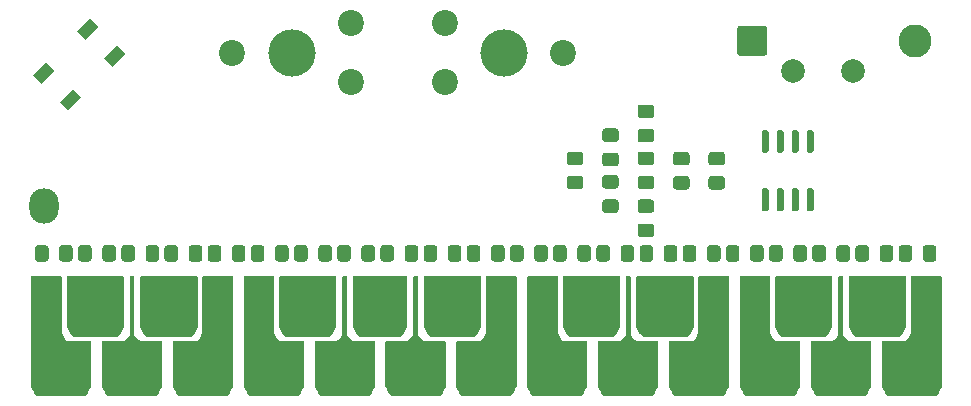
<source format=gbr>
%TF.GenerationSoftware,KiCad,Pcbnew,(5.1.12)-1*%
%TF.CreationDate,2021-12-21T10:33:21-05:00*%
%TF.ProjectId,stylophone,7374796c-6f70-4686-9f6e-652e6b696361,rev?*%
%TF.SameCoordinates,Original*%
%TF.FileFunction,Soldermask,Top*%
%TF.FilePolarity,Negative*%
%FSLAX46Y46*%
G04 Gerber Fmt 4.6, Leading zero omitted, Abs format (unit mm)*
G04 Created by KiCad (PCBNEW (5.1.12)-1) date 2021-12-21 10:33:21*
%MOMM*%
%LPD*%
G01*
G04 APERTURE LIST*
%ADD10C,2.000000*%
%ADD11C,2.800000*%
%ADD12C,0.100000*%
%ADD13O,2.500000X3.000000*%
%ADD14C,2.200000*%
%ADD15C,4.000000*%
G04 APERTURE END LIST*
D10*
%TO.C,LS1*%
X163540000Y-70570000D03*
X158460000Y-70570000D03*
%TD*%
%TO.C,U1*%
G36*
G01*
X159755000Y-80500000D02*
X160055000Y-80500000D01*
G75*
G02*
X160205000Y-80650000I0J-150000D01*
G01*
X160205000Y-82300000D01*
G75*
G02*
X160055000Y-82450000I-150000J0D01*
G01*
X159755000Y-82450000D01*
G75*
G02*
X159605000Y-82300000I0J150000D01*
G01*
X159605000Y-80650000D01*
G75*
G02*
X159755000Y-80500000I150000J0D01*
G01*
G37*
G36*
G01*
X158485000Y-80500000D02*
X158785000Y-80500000D01*
G75*
G02*
X158935000Y-80650000I0J-150000D01*
G01*
X158935000Y-82300000D01*
G75*
G02*
X158785000Y-82450000I-150000J0D01*
G01*
X158485000Y-82450000D01*
G75*
G02*
X158335000Y-82300000I0J150000D01*
G01*
X158335000Y-80650000D01*
G75*
G02*
X158485000Y-80500000I150000J0D01*
G01*
G37*
G36*
G01*
X157215000Y-80500000D02*
X157515000Y-80500000D01*
G75*
G02*
X157665000Y-80650000I0J-150000D01*
G01*
X157665000Y-82300000D01*
G75*
G02*
X157515000Y-82450000I-150000J0D01*
G01*
X157215000Y-82450000D01*
G75*
G02*
X157065000Y-82300000I0J150000D01*
G01*
X157065000Y-80650000D01*
G75*
G02*
X157215000Y-80500000I150000J0D01*
G01*
G37*
G36*
G01*
X155945000Y-80500000D02*
X156245000Y-80500000D01*
G75*
G02*
X156395000Y-80650000I0J-150000D01*
G01*
X156395000Y-82300000D01*
G75*
G02*
X156245000Y-82450000I-150000J0D01*
G01*
X155945000Y-82450000D01*
G75*
G02*
X155795000Y-82300000I0J150000D01*
G01*
X155795000Y-80650000D01*
G75*
G02*
X155945000Y-80500000I150000J0D01*
G01*
G37*
G36*
G01*
X155945000Y-75550000D02*
X156245000Y-75550000D01*
G75*
G02*
X156395000Y-75700000I0J-150000D01*
G01*
X156395000Y-77350000D01*
G75*
G02*
X156245000Y-77500000I-150000J0D01*
G01*
X155945000Y-77500000D01*
G75*
G02*
X155795000Y-77350000I0J150000D01*
G01*
X155795000Y-75700000D01*
G75*
G02*
X155945000Y-75550000I150000J0D01*
G01*
G37*
G36*
G01*
X157215000Y-75550000D02*
X157515000Y-75550000D01*
G75*
G02*
X157665000Y-75700000I0J-150000D01*
G01*
X157665000Y-77350000D01*
G75*
G02*
X157515000Y-77500000I-150000J0D01*
G01*
X157215000Y-77500000D01*
G75*
G02*
X157065000Y-77350000I0J150000D01*
G01*
X157065000Y-75700000D01*
G75*
G02*
X157215000Y-75550000I150000J0D01*
G01*
G37*
G36*
G01*
X158485000Y-75550000D02*
X158785000Y-75550000D01*
G75*
G02*
X158935000Y-75700000I0J-150000D01*
G01*
X158935000Y-77350000D01*
G75*
G02*
X158785000Y-77500000I-150000J0D01*
G01*
X158485000Y-77500000D01*
G75*
G02*
X158335000Y-77350000I0J150000D01*
G01*
X158335000Y-75700000D01*
G75*
G02*
X158485000Y-75550000I150000J0D01*
G01*
G37*
G36*
G01*
X159755000Y-75550000D02*
X160055000Y-75550000D01*
G75*
G02*
X160205000Y-75700000I0J-150000D01*
G01*
X160205000Y-77350000D01*
G75*
G02*
X160055000Y-77500000I-150000J0D01*
G01*
X159755000Y-77500000D01*
G75*
G02*
X159605000Y-77350000I0J150000D01*
G01*
X159605000Y-75700000D01*
G75*
G02*
X159755000Y-75550000I150000J0D01*
G01*
G37*
%TD*%
%TO.C,R3*%
G36*
G01*
X140450001Y-78525000D02*
X139549999Y-78525000D01*
G75*
G02*
X139300000Y-78275001I0J249999D01*
G01*
X139300000Y-77624999D01*
G75*
G02*
X139549999Y-77375000I249999J0D01*
G01*
X140450001Y-77375000D01*
G75*
G02*
X140700000Y-77624999I0J-249999D01*
G01*
X140700000Y-78275001D01*
G75*
G02*
X140450001Y-78525000I-249999J0D01*
G01*
G37*
G36*
G01*
X140450001Y-80575000D02*
X139549999Y-80575000D01*
G75*
G02*
X139300000Y-80325001I0J249999D01*
G01*
X139300000Y-79674999D01*
G75*
G02*
X139549999Y-79425000I249999J0D01*
G01*
X140450001Y-79425000D01*
G75*
G02*
X140700000Y-79674999I0J-249999D01*
G01*
X140700000Y-80325001D01*
G75*
G02*
X140450001Y-80575000I-249999J0D01*
G01*
G37*
%TD*%
%TO.C,R27*%
G36*
G01*
X96325000Y-86450001D02*
X96325000Y-85549999D01*
G75*
G02*
X96574999Y-85300000I249999J0D01*
G01*
X97225001Y-85300000D01*
G75*
G02*
X97475000Y-85549999I0J-249999D01*
G01*
X97475000Y-86450001D01*
G75*
G02*
X97225001Y-86700000I-249999J0D01*
G01*
X96574999Y-86700000D01*
G75*
G02*
X96325000Y-86450001I0J249999D01*
G01*
G37*
G36*
G01*
X94275000Y-86450001D02*
X94275000Y-85549999D01*
G75*
G02*
X94524999Y-85300000I249999J0D01*
G01*
X95175001Y-85300000D01*
G75*
G02*
X95425000Y-85549999I0J-249999D01*
G01*
X95425000Y-86450001D01*
G75*
G02*
X95175001Y-86700000I-249999J0D01*
G01*
X94524999Y-86700000D01*
G75*
G02*
X94275000Y-86450001I0J249999D01*
G01*
G37*
%TD*%
%TO.C,R26*%
G36*
G01*
X99981249Y-86450001D02*
X99981249Y-85549999D01*
G75*
G02*
X100231248Y-85300000I249999J0D01*
G01*
X100881250Y-85300000D01*
G75*
G02*
X101131249Y-85549999I0J-249999D01*
G01*
X101131249Y-86450001D01*
G75*
G02*
X100881250Y-86700000I-249999J0D01*
G01*
X100231248Y-86700000D01*
G75*
G02*
X99981249Y-86450001I0J249999D01*
G01*
G37*
G36*
G01*
X97931249Y-86450001D02*
X97931249Y-85549999D01*
G75*
G02*
X98181248Y-85300000I249999J0D01*
G01*
X98831250Y-85300000D01*
G75*
G02*
X99081249Y-85549999I0J-249999D01*
G01*
X99081249Y-86450001D01*
G75*
G02*
X98831250Y-86700000I-249999J0D01*
G01*
X98181248Y-86700000D01*
G75*
G02*
X97931249Y-86450001I0J249999D01*
G01*
G37*
%TD*%
%TO.C,R25*%
G36*
G01*
X103637498Y-86450001D02*
X103637498Y-85549999D01*
G75*
G02*
X103887497Y-85300000I249999J0D01*
G01*
X104537499Y-85300000D01*
G75*
G02*
X104787498Y-85549999I0J-249999D01*
G01*
X104787498Y-86450001D01*
G75*
G02*
X104537499Y-86700000I-249999J0D01*
G01*
X103887497Y-86700000D01*
G75*
G02*
X103637498Y-86450001I0J249999D01*
G01*
G37*
G36*
G01*
X101587498Y-86450001D02*
X101587498Y-85549999D01*
G75*
G02*
X101837497Y-85300000I249999J0D01*
G01*
X102487499Y-85300000D01*
G75*
G02*
X102737498Y-85549999I0J-249999D01*
G01*
X102737498Y-86450001D01*
G75*
G02*
X102487499Y-86700000I-249999J0D01*
G01*
X101837497Y-86700000D01*
G75*
G02*
X101587498Y-86450001I0J249999D01*
G01*
G37*
%TD*%
%TO.C,R24*%
G36*
G01*
X107293747Y-86450001D02*
X107293747Y-85549999D01*
G75*
G02*
X107543746Y-85300000I249999J0D01*
G01*
X108193748Y-85300000D01*
G75*
G02*
X108443747Y-85549999I0J-249999D01*
G01*
X108443747Y-86450001D01*
G75*
G02*
X108193748Y-86700000I-249999J0D01*
G01*
X107543746Y-86700000D01*
G75*
G02*
X107293747Y-86450001I0J249999D01*
G01*
G37*
G36*
G01*
X105243747Y-86450001D02*
X105243747Y-85549999D01*
G75*
G02*
X105493746Y-85300000I249999J0D01*
G01*
X106143748Y-85300000D01*
G75*
G02*
X106393747Y-85549999I0J-249999D01*
G01*
X106393747Y-86450001D01*
G75*
G02*
X106143748Y-86700000I-249999J0D01*
G01*
X105493746Y-86700000D01*
G75*
G02*
X105243747Y-86450001I0J249999D01*
G01*
G37*
%TD*%
%TO.C,R23*%
G36*
G01*
X110949996Y-86450001D02*
X110949996Y-85549999D01*
G75*
G02*
X111199995Y-85300000I249999J0D01*
G01*
X111849997Y-85300000D01*
G75*
G02*
X112099996Y-85549999I0J-249999D01*
G01*
X112099996Y-86450001D01*
G75*
G02*
X111849997Y-86700000I-249999J0D01*
G01*
X111199995Y-86700000D01*
G75*
G02*
X110949996Y-86450001I0J249999D01*
G01*
G37*
G36*
G01*
X108899996Y-86450001D02*
X108899996Y-85549999D01*
G75*
G02*
X109149995Y-85300000I249999J0D01*
G01*
X109799997Y-85300000D01*
G75*
G02*
X110049996Y-85549999I0J-249999D01*
G01*
X110049996Y-86450001D01*
G75*
G02*
X109799997Y-86700000I-249999J0D01*
G01*
X109149995Y-86700000D01*
G75*
G02*
X108899996Y-86450001I0J249999D01*
G01*
G37*
%TD*%
%TO.C,R22*%
G36*
G01*
X114606245Y-86450001D02*
X114606245Y-85549999D01*
G75*
G02*
X114856244Y-85300000I249999J0D01*
G01*
X115506246Y-85300000D01*
G75*
G02*
X115756245Y-85549999I0J-249999D01*
G01*
X115756245Y-86450001D01*
G75*
G02*
X115506246Y-86700000I-249999J0D01*
G01*
X114856244Y-86700000D01*
G75*
G02*
X114606245Y-86450001I0J249999D01*
G01*
G37*
G36*
G01*
X112556245Y-86450001D02*
X112556245Y-85549999D01*
G75*
G02*
X112806244Y-85300000I249999J0D01*
G01*
X113456246Y-85300000D01*
G75*
G02*
X113706245Y-85549999I0J-249999D01*
G01*
X113706245Y-86450001D01*
G75*
G02*
X113456246Y-86700000I-249999J0D01*
G01*
X112806244Y-86700000D01*
G75*
G02*
X112556245Y-86450001I0J249999D01*
G01*
G37*
%TD*%
%TO.C,R21*%
G36*
G01*
X118262494Y-86450001D02*
X118262494Y-85549999D01*
G75*
G02*
X118512493Y-85300000I249999J0D01*
G01*
X119162495Y-85300000D01*
G75*
G02*
X119412494Y-85549999I0J-249999D01*
G01*
X119412494Y-86450001D01*
G75*
G02*
X119162495Y-86700000I-249999J0D01*
G01*
X118512493Y-86700000D01*
G75*
G02*
X118262494Y-86450001I0J249999D01*
G01*
G37*
G36*
G01*
X116212494Y-86450001D02*
X116212494Y-85549999D01*
G75*
G02*
X116462493Y-85300000I249999J0D01*
G01*
X117112495Y-85300000D01*
G75*
G02*
X117362494Y-85549999I0J-249999D01*
G01*
X117362494Y-86450001D01*
G75*
G02*
X117112495Y-86700000I-249999J0D01*
G01*
X116462493Y-86700000D01*
G75*
G02*
X116212494Y-86450001I0J249999D01*
G01*
G37*
%TD*%
%TO.C,R20*%
G36*
G01*
X121918743Y-86450001D02*
X121918743Y-85549999D01*
G75*
G02*
X122168742Y-85300000I249999J0D01*
G01*
X122818744Y-85300000D01*
G75*
G02*
X123068743Y-85549999I0J-249999D01*
G01*
X123068743Y-86450001D01*
G75*
G02*
X122818744Y-86700000I-249999J0D01*
G01*
X122168742Y-86700000D01*
G75*
G02*
X121918743Y-86450001I0J249999D01*
G01*
G37*
G36*
G01*
X119868743Y-86450001D02*
X119868743Y-85549999D01*
G75*
G02*
X120118742Y-85300000I249999J0D01*
G01*
X120768744Y-85300000D01*
G75*
G02*
X121018743Y-85549999I0J-249999D01*
G01*
X121018743Y-86450001D01*
G75*
G02*
X120768744Y-86700000I-249999J0D01*
G01*
X120118742Y-86700000D01*
G75*
G02*
X119868743Y-86450001I0J249999D01*
G01*
G37*
%TD*%
%TO.C,R19*%
G36*
G01*
X125574992Y-86450001D02*
X125574992Y-85549999D01*
G75*
G02*
X125824991Y-85300000I249999J0D01*
G01*
X126474993Y-85300000D01*
G75*
G02*
X126724992Y-85549999I0J-249999D01*
G01*
X126724992Y-86450001D01*
G75*
G02*
X126474993Y-86700000I-249999J0D01*
G01*
X125824991Y-86700000D01*
G75*
G02*
X125574992Y-86450001I0J249999D01*
G01*
G37*
G36*
G01*
X123524992Y-86450001D02*
X123524992Y-85549999D01*
G75*
G02*
X123774991Y-85300000I249999J0D01*
G01*
X124424993Y-85300000D01*
G75*
G02*
X124674992Y-85549999I0J-249999D01*
G01*
X124674992Y-86450001D01*
G75*
G02*
X124424993Y-86700000I-249999J0D01*
G01*
X123774991Y-86700000D01*
G75*
G02*
X123524992Y-86450001I0J249999D01*
G01*
G37*
%TD*%
%TO.C,R18*%
G36*
G01*
X129231241Y-86450001D02*
X129231241Y-85549999D01*
G75*
G02*
X129481240Y-85300000I249999J0D01*
G01*
X130131242Y-85300000D01*
G75*
G02*
X130381241Y-85549999I0J-249999D01*
G01*
X130381241Y-86450001D01*
G75*
G02*
X130131242Y-86700000I-249999J0D01*
G01*
X129481240Y-86700000D01*
G75*
G02*
X129231241Y-86450001I0J249999D01*
G01*
G37*
G36*
G01*
X127181241Y-86450001D02*
X127181241Y-85549999D01*
G75*
G02*
X127431240Y-85300000I249999J0D01*
G01*
X128081242Y-85300000D01*
G75*
G02*
X128331241Y-85549999I0J-249999D01*
G01*
X128331241Y-86450001D01*
G75*
G02*
X128081242Y-86700000I-249999J0D01*
G01*
X127431240Y-86700000D01*
G75*
G02*
X127181241Y-86450001I0J249999D01*
G01*
G37*
%TD*%
%TO.C,R17*%
G36*
G01*
X132887490Y-86450001D02*
X132887490Y-85549999D01*
G75*
G02*
X133137489Y-85300000I249999J0D01*
G01*
X133787491Y-85300000D01*
G75*
G02*
X134037490Y-85549999I0J-249999D01*
G01*
X134037490Y-86450001D01*
G75*
G02*
X133787491Y-86700000I-249999J0D01*
G01*
X133137489Y-86700000D01*
G75*
G02*
X132887490Y-86450001I0J249999D01*
G01*
G37*
G36*
G01*
X130837490Y-86450001D02*
X130837490Y-85549999D01*
G75*
G02*
X131087489Y-85300000I249999J0D01*
G01*
X131737491Y-85300000D01*
G75*
G02*
X131987490Y-85549999I0J-249999D01*
G01*
X131987490Y-86450001D01*
G75*
G02*
X131737491Y-86700000I-249999J0D01*
G01*
X131087489Y-86700000D01*
G75*
G02*
X130837490Y-86450001I0J249999D01*
G01*
G37*
%TD*%
%TO.C,R16*%
G36*
G01*
X136543739Y-86450001D02*
X136543739Y-85549999D01*
G75*
G02*
X136793738Y-85300000I249999J0D01*
G01*
X137443740Y-85300000D01*
G75*
G02*
X137693739Y-85549999I0J-249999D01*
G01*
X137693739Y-86450001D01*
G75*
G02*
X137443740Y-86700000I-249999J0D01*
G01*
X136793738Y-86700000D01*
G75*
G02*
X136543739Y-86450001I0J249999D01*
G01*
G37*
G36*
G01*
X134493739Y-86450001D02*
X134493739Y-85549999D01*
G75*
G02*
X134743738Y-85300000I249999J0D01*
G01*
X135393740Y-85300000D01*
G75*
G02*
X135643739Y-85549999I0J-249999D01*
G01*
X135643739Y-86450001D01*
G75*
G02*
X135393740Y-86700000I-249999J0D01*
G01*
X134743738Y-86700000D01*
G75*
G02*
X134493739Y-86450001I0J249999D01*
G01*
G37*
%TD*%
%TO.C,R15*%
G36*
G01*
X140199988Y-86450001D02*
X140199988Y-85549999D01*
G75*
G02*
X140449987Y-85300000I249999J0D01*
G01*
X141099989Y-85300000D01*
G75*
G02*
X141349988Y-85549999I0J-249999D01*
G01*
X141349988Y-86450001D01*
G75*
G02*
X141099989Y-86700000I-249999J0D01*
G01*
X140449987Y-86700000D01*
G75*
G02*
X140199988Y-86450001I0J249999D01*
G01*
G37*
G36*
G01*
X138149988Y-86450001D02*
X138149988Y-85549999D01*
G75*
G02*
X138399987Y-85300000I249999J0D01*
G01*
X139049989Y-85300000D01*
G75*
G02*
X139299988Y-85549999I0J-249999D01*
G01*
X139299988Y-86450001D01*
G75*
G02*
X139049989Y-86700000I-249999J0D01*
G01*
X138399987Y-86700000D01*
G75*
G02*
X138149988Y-86450001I0J249999D01*
G01*
G37*
%TD*%
%TO.C,R14*%
G36*
G01*
X143856237Y-86450001D02*
X143856237Y-85549999D01*
G75*
G02*
X144106236Y-85300000I249999J0D01*
G01*
X144756238Y-85300000D01*
G75*
G02*
X145006237Y-85549999I0J-249999D01*
G01*
X145006237Y-86450001D01*
G75*
G02*
X144756238Y-86700000I-249999J0D01*
G01*
X144106236Y-86700000D01*
G75*
G02*
X143856237Y-86450001I0J249999D01*
G01*
G37*
G36*
G01*
X141806237Y-86450001D02*
X141806237Y-85549999D01*
G75*
G02*
X142056236Y-85300000I249999J0D01*
G01*
X142706238Y-85300000D01*
G75*
G02*
X142956237Y-85549999I0J-249999D01*
G01*
X142956237Y-86450001D01*
G75*
G02*
X142706238Y-86700000I-249999J0D01*
G01*
X142056236Y-86700000D01*
G75*
G02*
X141806237Y-86450001I0J249999D01*
G01*
G37*
%TD*%
%TO.C,R13*%
G36*
G01*
X147512486Y-86450001D02*
X147512486Y-85549999D01*
G75*
G02*
X147762485Y-85300000I249999J0D01*
G01*
X148412487Y-85300000D01*
G75*
G02*
X148662486Y-85549999I0J-249999D01*
G01*
X148662486Y-86450001D01*
G75*
G02*
X148412487Y-86700000I-249999J0D01*
G01*
X147762485Y-86700000D01*
G75*
G02*
X147512486Y-86450001I0J249999D01*
G01*
G37*
G36*
G01*
X145462486Y-86450001D02*
X145462486Y-85549999D01*
G75*
G02*
X145712485Y-85300000I249999J0D01*
G01*
X146362487Y-85300000D01*
G75*
G02*
X146612486Y-85549999I0J-249999D01*
G01*
X146612486Y-86450001D01*
G75*
G02*
X146362487Y-86700000I-249999J0D01*
G01*
X145712485Y-86700000D01*
G75*
G02*
X145462486Y-86450001I0J249999D01*
G01*
G37*
%TD*%
%TO.C,R12*%
G36*
G01*
X151168735Y-86450001D02*
X151168735Y-85549999D01*
G75*
G02*
X151418734Y-85300000I249999J0D01*
G01*
X152068736Y-85300000D01*
G75*
G02*
X152318735Y-85549999I0J-249999D01*
G01*
X152318735Y-86450001D01*
G75*
G02*
X152068736Y-86700000I-249999J0D01*
G01*
X151418734Y-86700000D01*
G75*
G02*
X151168735Y-86450001I0J249999D01*
G01*
G37*
G36*
G01*
X149118735Y-86450001D02*
X149118735Y-85549999D01*
G75*
G02*
X149368734Y-85300000I249999J0D01*
G01*
X150018736Y-85300000D01*
G75*
G02*
X150268735Y-85549999I0J-249999D01*
G01*
X150268735Y-86450001D01*
G75*
G02*
X150018736Y-86700000I-249999J0D01*
G01*
X149368734Y-86700000D01*
G75*
G02*
X149118735Y-86450001I0J249999D01*
G01*
G37*
%TD*%
%TO.C,R11*%
G36*
G01*
X154824984Y-86450001D02*
X154824984Y-85549999D01*
G75*
G02*
X155074983Y-85300000I249999J0D01*
G01*
X155724985Y-85300000D01*
G75*
G02*
X155974984Y-85549999I0J-249999D01*
G01*
X155974984Y-86450001D01*
G75*
G02*
X155724985Y-86700000I-249999J0D01*
G01*
X155074983Y-86700000D01*
G75*
G02*
X154824984Y-86450001I0J249999D01*
G01*
G37*
G36*
G01*
X152774984Y-86450001D02*
X152774984Y-85549999D01*
G75*
G02*
X153024983Y-85300000I249999J0D01*
G01*
X153674985Y-85300000D01*
G75*
G02*
X153924984Y-85549999I0J-249999D01*
G01*
X153924984Y-86450001D01*
G75*
G02*
X153674985Y-86700000I-249999J0D01*
G01*
X153024983Y-86700000D01*
G75*
G02*
X152774984Y-86450001I0J249999D01*
G01*
G37*
%TD*%
%TO.C,R10*%
G36*
G01*
X158481233Y-86450001D02*
X158481233Y-85549999D01*
G75*
G02*
X158731232Y-85300000I249999J0D01*
G01*
X159381234Y-85300000D01*
G75*
G02*
X159631233Y-85549999I0J-249999D01*
G01*
X159631233Y-86450001D01*
G75*
G02*
X159381234Y-86700000I-249999J0D01*
G01*
X158731232Y-86700000D01*
G75*
G02*
X158481233Y-86450001I0J249999D01*
G01*
G37*
G36*
G01*
X156431233Y-86450001D02*
X156431233Y-85549999D01*
G75*
G02*
X156681232Y-85300000I249999J0D01*
G01*
X157331234Y-85300000D01*
G75*
G02*
X157581233Y-85549999I0J-249999D01*
G01*
X157581233Y-86450001D01*
G75*
G02*
X157331234Y-86700000I-249999J0D01*
G01*
X156681232Y-86700000D01*
G75*
G02*
X156431233Y-86450001I0J249999D01*
G01*
G37*
%TD*%
%TO.C,R9*%
G36*
G01*
X162137482Y-86450001D02*
X162137482Y-85549999D01*
G75*
G02*
X162387481Y-85300000I249999J0D01*
G01*
X163037483Y-85300000D01*
G75*
G02*
X163287482Y-85549999I0J-249999D01*
G01*
X163287482Y-86450001D01*
G75*
G02*
X163037483Y-86700000I-249999J0D01*
G01*
X162387481Y-86700000D01*
G75*
G02*
X162137482Y-86450001I0J249999D01*
G01*
G37*
G36*
G01*
X160087482Y-86450001D02*
X160087482Y-85549999D01*
G75*
G02*
X160337481Y-85300000I249999J0D01*
G01*
X160987483Y-85300000D01*
G75*
G02*
X161237482Y-85549999I0J-249999D01*
G01*
X161237482Y-86450001D01*
G75*
G02*
X160987483Y-86700000I-249999J0D01*
G01*
X160337481Y-86700000D01*
G75*
G02*
X160087482Y-86450001I0J249999D01*
G01*
G37*
%TD*%
%TO.C,R8*%
G36*
G01*
X165793731Y-86450001D02*
X165793731Y-85549999D01*
G75*
G02*
X166043730Y-85300000I249999J0D01*
G01*
X166693732Y-85300000D01*
G75*
G02*
X166943731Y-85549999I0J-249999D01*
G01*
X166943731Y-86450001D01*
G75*
G02*
X166693732Y-86700000I-249999J0D01*
G01*
X166043730Y-86700000D01*
G75*
G02*
X165793731Y-86450001I0J249999D01*
G01*
G37*
G36*
G01*
X163743731Y-86450001D02*
X163743731Y-85549999D01*
G75*
G02*
X163993730Y-85300000I249999J0D01*
G01*
X164643732Y-85300000D01*
G75*
G02*
X164893731Y-85549999I0J-249999D01*
G01*
X164893731Y-86450001D01*
G75*
G02*
X164643732Y-86700000I-249999J0D01*
G01*
X163993730Y-86700000D01*
G75*
G02*
X163743731Y-86450001I0J249999D01*
G01*
G37*
%TD*%
%TO.C,R7*%
G36*
G01*
X169449982Y-86450001D02*
X169449982Y-85549999D01*
G75*
G02*
X169699981Y-85300000I249999J0D01*
G01*
X170349983Y-85300000D01*
G75*
G02*
X170599982Y-85549999I0J-249999D01*
G01*
X170599982Y-86450001D01*
G75*
G02*
X170349983Y-86700000I-249999J0D01*
G01*
X169699981Y-86700000D01*
G75*
G02*
X169449982Y-86450001I0J249999D01*
G01*
G37*
G36*
G01*
X167399982Y-86450001D02*
X167399982Y-85549999D01*
G75*
G02*
X167649981Y-85300000I249999J0D01*
G01*
X168299983Y-85300000D01*
G75*
G02*
X168549982Y-85549999I0J-249999D01*
G01*
X168549982Y-86450001D01*
G75*
G02*
X168299983Y-86700000I-249999J0D01*
G01*
X167649981Y-86700000D01*
G75*
G02*
X167399982Y-86450001I0J249999D01*
G01*
G37*
%TD*%
%TO.C,R6*%
G36*
G01*
X143450001Y-80525000D02*
X142549999Y-80525000D01*
G75*
G02*
X142300000Y-80275001I0J249999D01*
G01*
X142300000Y-79624999D01*
G75*
G02*
X142549999Y-79375000I249999J0D01*
G01*
X143450001Y-79375000D01*
G75*
G02*
X143700000Y-79624999I0J-249999D01*
G01*
X143700000Y-80275001D01*
G75*
G02*
X143450001Y-80525000I-249999J0D01*
G01*
G37*
G36*
G01*
X143450001Y-82575000D02*
X142549999Y-82575000D01*
G75*
G02*
X142300000Y-82325001I0J249999D01*
G01*
X142300000Y-81674999D01*
G75*
G02*
X142549999Y-81425000I249999J0D01*
G01*
X143450001Y-81425000D01*
G75*
G02*
X143700000Y-81674999I0J-249999D01*
G01*
X143700000Y-82325001D01*
G75*
G02*
X143450001Y-82575000I-249999J0D01*
G01*
G37*
%TD*%
%TO.C,R5*%
G36*
G01*
X146450001Y-78525000D02*
X145549999Y-78525000D01*
G75*
G02*
X145300000Y-78275001I0J249999D01*
G01*
X145300000Y-77624999D01*
G75*
G02*
X145549999Y-77375000I249999J0D01*
G01*
X146450001Y-77375000D01*
G75*
G02*
X146700000Y-77624999I0J-249999D01*
G01*
X146700000Y-78275001D01*
G75*
G02*
X146450001Y-78525000I-249999J0D01*
G01*
G37*
G36*
G01*
X146450001Y-80575000D02*
X145549999Y-80575000D01*
G75*
G02*
X145300000Y-80325001I0J249999D01*
G01*
X145300000Y-79674999D01*
G75*
G02*
X145549999Y-79425000I249999J0D01*
G01*
X146450001Y-79425000D01*
G75*
G02*
X146700000Y-79674999I0J-249999D01*
G01*
X146700000Y-80325001D01*
G75*
G02*
X146450001Y-80575000I-249999J0D01*
G01*
G37*
%TD*%
%TO.C,R4*%
G36*
G01*
X146450001Y-74550000D02*
X145549999Y-74550000D01*
G75*
G02*
X145300000Y-74300001I0J249999D01*
G01*
X145300000Y-73649999D01*
G75*
G02*
X145549999Y-73400000I249999J0D01*
G01*
X146450001Y-73400000D01*
G75*
G02*
X146700000Y-73649999I0J-249999D01*
G01*
X146700000Y-74300001D01*
G75*
G02*
X146450001Y-74550000I-249999J0D01*
G01*
G37*
G36*
G01*
X146450001Y-76600000D02*
X145549999Y-76600000D01*
G75*
G02*
X145300000Y-76350001I0J249999D01*
G01*
X145300000Y-75699999D01*
G75*
G02*
X145549999Y-75450000I249999J0D01*
G01*
X146450001Y-75450000D01*
G75*
G02*
X146700000Y-75699999I0J-249999D01*
G01*
X146700000Y-76350001D01*
G75*
G02*
X146450001Y-76600000I-249999J0D01*
G01*
G37*
%TD*%
%TO.C,R2*%
G36*
G01*
X146450001Y-82575000D02*
X145549999Y-82575000D01*
G75*
G02*
X145300000Y-82325001I0J249999D01*
G01*
X145300000Y-81674999D01*
G75*
G02*
X145549999Y-81425000I249999J0D01*
G01*
X146450001Y-81425000D01*
G75*
G02*
X146700000Y-81674999I0J-249999D01*
G01*
X146700000Y-82325001D01*
G75*
G02*
X146450001Y-82575000I-249999J0D01*
G01*
G37*
G36*
G01*
X146450001Y-84625000D02*
X145549999Y-84625000D01*
G75*
G02*
X145300000Y-84375001I0J249999D01*
G01*
X145300000Y-83724999D01*
G75*
G02*
X145549999Y-83475000I249999J0D01*
G01*
X146450001Y-83475000D01*
G75*
G02*
X146700000Y-83724999I0J-249999D01*
G01*
X146700000Y-84375001D01*
G75*
G02*
X146450001Y-84625000I-249999J0D01*
G01*
G37*
%TD*%
%TO.C,R1*%
G36*
G01*
X143450001Y-76575000D02*
X142549999Y-76575000D01*
G75*
G02*
X142300000Y-76325001I0J249999D01*
G01*
X142300000Y-75674999D01*
G75*
G02*
X142549999Y-75425000I249999J0D01*
G01*
X143450001Y-75425000D01*
G75*
G02*
X143700000Y-75674999I0J-249999D01*
G01*
X143700000Y-76325001D01*
G75*
G02*
X143450001Y-76575000I-249999J0D01*
G01*
G37*
G36*
G01*
X143450001Y-78625000D02*
X142549999Y-78625000D01*
G75*
G02*
X142300000Y-78375001I0J249999D01*
G01*
X142300000Y-77724999D01*
G75*
G02*
X142549999Y-77475000I249999J0D01*
G01*
X143450001Y-77475000D01*
G75*
G02*
X143700000Y-77724999I0J-249999D01*
G01*
X143700000Y-78375001D01*
G75*
G02*
X143450001Y-78625000I-249999J0D01*
G01*
G37*
%TD*%
%TO.C,C2*%
G36*
G01*
X151549999Y-79450000D02*
X152450001Y-79450000D01*
G75*
G02*
X152700000Y-79699999I0J-249999D01*
G01*
X152700000Y-80350001D01*
G75*
G02*
X152450001Y-80600000I-249999J0D01*
G01*
X151549999Y-80600000D01*
G75*
G02*
X151300000Y-80350001I0J249999D01*
G01*
X151300000Y-79699999D01*
G75*
G02*
X151549999Y-79450000I249999J0D01*
G01*
G37*
G36*
G01*
X151549999Y-77400000D02*
X152450001Y-77400000D01*
G75*
G02*
X152700000Y-77649999I0J-249999D01*
G01*
X152700000Y-78300001D01*
G75*
G02*
X152450001Y-78550000I-249999J0D01*
G01*
X151549999Y-78550000D01*
G75*
G02*
X151300000Y-78300001I0J249999D01*
G01*
X151300000Y-77649999D01*
G75*
G02*
X151549999Y-77400000I249999J0D01*
G01*
G37*
%TD*%
%TO.C,C1*%
G36*
G01*
X148549999Y-79450000D02*
X149450001Y-79450000D01*
G75*
G02*
X149700000Y-79699999I0J-249999D01*
G01*
X149700000Y-80350001D01*
G75*
G02*
X149450001Y-80600000I-249999J0D01*
G01*
X148549999Y-80600000D01*
G75*
G02*
X148300000Y-80350001I0J249999D01*
G01*
X148300000Y-79699999D01*
G75*
G02*
X148549999Y-79450000I249999J0D01*
G01*
G37*
G36*
G01*
X148549999Y-77400000D02*
X149450001Y-77400000D01*
G75*
G02*
X149700000Y-77649999I0J-249999D01*
G01*
X149700000Y-78300001D01*
G75*
G02*
X149450001Y-78550000I-249999J0D01*
G01*
X148549999Y-78550000D01*
G75*
G02*
X148300000Y-78300001I0J249999D01*
G01*
X148300000Y-77649999D01*
G75*
G02*
X148549999Y-77400000I249999J0D01*
G01*
G37*
%TD*%
D11*
%TO.C,TP1*%
X168800000Y-68000000D03*
G36*
G01*
X156025001Y-69275000D02*
X153974999Y-69275000D01*
G75*
G02*
X153725000Y-69025001I0J249999D01*
G01*
X153725000Y-66974999D01*
G75*
G02*
X153974999Y-66725000I249999J0D01*
G01*
X156025001Y-66725000D01*
G75*
G02*
X156275000Y-66974999I0J-249999D01*
G01*
X156275000Y-69025001D01*
G75*
G02*
X156025001Y-69275000I-249999J0D01*
G01*
G37*
%TD*%
D12*
%TO.C,k1*%
G36*
X125759755Y-87950961D02*
G01*
X125769134Y-87953806D01*
X125777779Y-87958427D01*
X125785355Y-87964645D01*
X125791573Y-87972221D01*
X125796194Y-87980866D01*
X125799039Y-87990245D01*
X125800000Y-88000000D01*
X125800000Y-92250000D01*
X125799039Y-92259755D01*
X125794721Y-92272361D01*
X125544721Y-92772361D01*
X125539500Y-92780656D01*
X125535355Y-92785355D01*
X125285355Y-93035355D01*
X125277779Y-93041573D01*
X125269134Y-93046194D01*
X125259755Y-93049039D01*
X125250000Y-93050000D01*
X121750000Y-93050000D01*
X121740245Y-93049039D01*
X121730866Y-93046194D01*
X121722221Y-93041573D01*
X121714645Y-93035355D01*
X121464645Y-92785355D01*
X121458427Y-92777779D01*
X121455279Y-92772361D01*
X121205279Y-92272361D01*
X121201776Y-92263206D01*
X121200000Y-92250000D01*
X121200000Y-88000000D01*
X121200961Y-87990245D01*
X121203806Y-87980866D01*
X121208427Y-87972221D01*
X121214645Y-87964645D01*
X121222221Y-87958427D01*
X121230866Y-87953806D01*
X121240245Y-87950961D01*
X121250000Y-87950000D01*
X125750000Y-87950000D01*
X125759755Y-87950961D01*
G37*
G36*
X161759755Y-87950961D02*
G01*
X161769134Y-87953806D01*
X161777779Y-87958427D01*
X161785355Y-87964645D01*
X161791573Y-87972221D01*
X161796194Y-87980866D01*
X161799039Y-87990245D01*
X161800000Y-88000000D01*
X161800000Y-92250000D01*
X161799039Y-92259755D01*
X161794721Y-92272361D01*
X161544721Y-92772361D01*
X161539500Y-92780656D01*
X161535355Y-92785355D01*
X161285355Y-93035355D01*
X161277779Y-93041573D01*
X161269134Y-93046194D01*
X161259755Y-93049039D01*
X161250000Y-93050000D01*
X157500000Y-93050000D01*
X157490245Y-93049039D01*
X157480866Y-93046194D01*
X157472221Y-93041573D01*
X157464645Y-93035355D01*
X157214645Y-92785355D01*
X157208427Y-92777779D01*
X157205279Y-92772361D01*
X156955279Y-92272361D01*
X156951776Y-92263206D01*
X156950000Y-92250000D01*
X156950000Y-88000000D01*
X156950961Y-87990245D01*
X156953806Y-87980866D01*
X156958427Y-87972221D01*
X156964645Y-87964645D01*
X156972221Y-87958427D01*
X156980866Y-87953806D01*
X156990245Y-87950961D01*
X157000000Y-87950000D01*
X161750000Y-87950000D01*
X161759755Y-87950961D01*
G37*
G36*
X143759755Y-87950961D02*
G01*
X143769134Y-87953806D01*
X143777779Y-87958427D01*
X143785355Y-87964645D01*
X143791573Y-87972221D01*
X143796194Y-87980866D01*
X143799039Y-87990245D01*
X143800000Y-88000000D01*
X143800000Y-92250000D01*
X143799039Y-92259755D01*
X143794721Y-92272361D01*
X143544721Y-92772361D01*
X143539500Y-92780656D01*
X143535355Y-92785355D01*
X143285355Y-93035355D01*
X143277779Y-93041573D01*
X143269134Y-93046194D01*
X143259755Y-93049039D01*
X143250000Y-93050000D01*
X139500000Y-93050000D01*
X139490245Y-93049039D01*
X139480866Y-93046194D01*
X139472221Y-93041573D01*
X139464645Y-93035355D01*
X139214645Y-92785355D01*
X139208427Y-92777779D01*
X139205279Y-92772361D01*
X138955279Y-92272361D01*
X138951776Y-92263206D01*
X138950000Y-92250000D01*
X138950000Y-88000000D01*
X138950961Y-87990245D01*
X138953806Y-87980866D01*
X138958427Y-87972221D01*
X138964645Y-87964645D01*
X138972221Y-87958427D01*
X138980866Y-87953806D01*
X138990245Y-87950961D01*
X139000000Y-87950000D01*
X143750000Y-87950000D01*
X143759755Y-87950961D01*
G37*
G36*
X119759755Y-87950961D02*
G01*
X119769134Y-87953806D01*
X119777779Y-87958427D01*
X119785355Y-87964645D01*
X119791573Y-87972221D01*
X119796194Y-87980866D01*
X119799039Y-87990245D01*
X119800000Y-88000000D01*
X119800000Y-92250000D01*
X119799039Y-92259755D01*
X119794721Y-92272361D01*
X119544721Y-92772361D01*
X119539500Y-92780656D01*
X119535355Y-92785355D01*
X119285355Y-93035355D01*
X119277779Y-93041573D01*
X119269134Y-93046194D01*
X119259755Y-93049039D01*
X119250000Y-93050000D01*
X115500000Y-93050000D01*
X115490245Y-93049039D01*
X115480866Y-93046194D01*
X115472221Y-93041573D01*
X115464645Y-93035355D01*
X115214645Y-92785355D01*
X115208427Y-92777779D01*
X115205279Y-92772361D01*
X114955279Y-92272361D01*
X114951776Y-92263206D01*
X114950000Y-92250000D01*
X114950000Y-88000000D01*
X114950961Y-87990245D01*
X114953806Y-87980866D01*
X114958427Y-87972221D01*
X114964645Y-87964645D01*
X114972221Y-87958427D01*
X114980866Y-87953806D01*
X114990245Y-87950961D01*
X115000000Y-87950000D01*
X119750000Y-87950000D01*
X119759755Y-87950961D01*
G37*
G36*
X168009755Y-87950961D02*
G01*
X168019134Y-87953806D01*
X168027779Y-87958427D01*
X168035355Y-87964645D01*
X168041573Y-87972221D01*
X168046194Y-87980866D01*
X168049039Y-87990245D01*
X168050000Y-88000000D01*
X168050000Y-92250000D01*
X168049039Y-92259755D01*
X168044721Y-92272361D01*
X167794721Y-92772361D01*
X167789500Y-92780656D01*
X167785355Y-92785355D01*
X167535355Y-93035355D01*
X167527779Y-93041573D01*
X167519134Y-93046194D01*
X167509755Y-93049039D01*
X167500000Y-93050000D01*
X163750000Y-93050000D01*
X163740245Y-93049039D01*
X163730866Y-93046194D01*
X163722221Y-93041573D01*
X163714645Y-93035355D01*
X163464645Y-92785355D01*
X163458427Y-92777779D01*
X163455279Y-92772361D01*
X163205279Y-92272361D01*
X163201776Y-92263206D01*
X163200000Y-92250000D01*
X163200000Y-88000000D01*
X163200961Y-87990245D01*
X163203806Y-87980866D01*
X163208427Y-87972221D01*
X163214645Y-87964645D01*
X163222221Y-87958427D01*
X163230866Y-87953806D01*
X163240245Y-87950961D01*
X163250000Y-87950000D01*
X168000000Y-87950000D01*
X168009755Y-87950961D01*
G37*
G36*
X150009755Y-87950961D02*
G01*
X150019134Y-87953806D01*
X150027779Y-87958427D01*
X150035355Y-87964645D01*
X150041573Y-87972221D01*
X150046194Y-87980866D01*
X150049039Y-87990245D01*
X150050000Y-88000000D01*
X150050000Y-92250000D01*
X150049039Y-92259755D01*
X150044721Y-92272361D01*
X149794721Y-92772361D01*
X149789500Y-92780656D01*
X149785355Y-92785355D01*
X149535355Y-93035355D01*
X149527779Y-93041573D01*
X149519134Y-93046194D01*
X149509755Y-93049039D01*
X149500000Y-93050000D01*
X145750000Y-93050000D01*
X145740245Y-93049039D01*
X145730866Y-93046194D01*
X145722221Y-93041573D01*
X145714645Y-93035355D01*
X145464645Y-92785355D01*
X145458427Y-92777779D01*
X145455279Y-92772361D01*
X145205279Y-92272361D01*
X145201776Y-92263206D01*
X145200000Y-92250000D01*
X145200000Y-88000000D01*
X145200961Y-87990245D01*
X145203806Y-87980866D01*
X145208427Y-87972221D01*
X145214645Y-87964645D01*
X145222221Y-87958427D01*
X145230866Y-87953806D01*
X145240245Y-87950961D01*
X145250000Y-87950000D01*
X150000000Y-87950000D01*
X150009755Y-87950961D01*
G37*
G36*
X132009755Y-87950961D02*
G01*
X132019134Y-87953806D01*
X132027779Y-87958427D01*
X132035355Y-87964645D01*
X132041573Y-87972221D01*
X132046194Y-87980866D01*
X132049039Y-87990245D01*
X132050000Y-88000000D01*
X132050000Y-92250000D01*
X132049039Y-92259755D01*
X132044721Y-92272361D01*
X131794721Y-92772361D01*
X131789500Y-92780656D01*
X131785355Y-92785355D01*
X131535355Y-93035355D01*
X131527779Y-93041573D01*
X131519134Y-93046194D01*
X131509755Y-93049039D01*
X131500000Y-93050000D01*
X127750000Y-93050000D01*
X127740245Y-93049039D01*
X127730866Y-93046194D01*
X127722221Y-93041573D01*
X127714645Y-93035355D01*
X127464645Y-92785355D01*
X127458427Y-92777779D01*
X127455279Y-92772361D01*
X127205279Y-92272361D01*
X127201776Y-92263206D01*
X127200000Y-92250000D01*
X127200000Y-88000000D01*
X127200961Y-87990245D01*
X127203806Y-87980866D01*
X127208427Y-87972221D01*
X127214645Y-87964645D01*
X127222221Y-87958427D01*
X127230866Y-87953806D01*
X127240245Y-87950961D01*
X127250000Y-87950000D01*
X132000000Y-87950000D01*
X132009755Y-87950961D01*
G37*
G36*
X108009755Y-87950961D02*
G01*
X108019134Y-87953806D01*
X108027779Y-87958427D01*
X108035355Y-87964645D01*
X108041573Y-87972221D01*
X108046194Y-87980866D01*
X108049039Y-87990245D01*
X108050000Y-88000000D01*
X108050000Y-92250000D01*
X108049039Y-92259755D01*
X108044721Y-92272361D01*
X107794721Y-92772361D01*
X107789500Y-92780656D01*
X107785355Y-92785355D01*
X107535355Y-93035355D01*
X107527779Y-93041573D01*
X107519134Y-93046194D01*
X107509755Y-93049039D01*
X107500000Y-93050000D01*
X103750000Y-93050000D01*
X103740245Y-93049039D01*
X103730866Y-93046194D01*
X103722221Y-93041573D01*
X103714645Y-93035355D01*
X103464645Y-92785355D01*
X103458427Y-92777779D01*
X103455279Y-92772361D01*
X103205279Y-92272361D01*
X103201776Y-92263206D01*
X103200000Y-92250000D01*
X103200000Y-88000000D01*
X103200961Y-87990245D01*
X103203806Y-87980866D01*
X103208427Y-87972221D01*
X103214645Y-87964645D01*
X103222221Y-87958427D01*
X103230866Y-87953806D01*
X103240245Y-87950961D01*
X103250000Y-87950000D01*
X108000000Y-87950000D01*
X108009755Y-87950961D01*
G37*
G36*
X101759755Y-87950961D02*
G01*
X101769134Y-87953806D01*
X101777779Y-87958427D01*
X101785355Y-87964645D01*
X101791573Y-87972221D01*
X101796194Y-87980866D01*
X101799039Y-87990245D01*
X101800000Y-88000000D01*
X101800000Y-92250000D01*
X101799039Y-92259755D01*
X101794721Y-92272361D01*
X101544721Y-92772361D01*
X101539500Y-92780656D01*
X101535355Y-92785355D01*
X101285355Y-93035355D01*
X101277779Y-93041573D01*
X101269134Y-93046194D01*
X101259755Y-93049039D01*
X101250000Y-93050000D01*
X97500000Y-93050000D01*
X97490245Y-93049039D01*
X97480866Y-93046194D01*
X97472221Y-93041573D01*
X97464645Y-93035355D01*
X97214645Y-92785355D01*
X97208427Y-92777779D01*
X97205279Y-92772361D01*
X96955279Y-92272361D01*
X96951776Y-92263206D01*
X96950000Y-92250000D01*
X96950000Y-88000000D01*
X96950961Y-87990245D01*
X96953806Y-87980866D01*
X96958427Y-87972221D01*
X96964645Y-87964645D01*
X96972221Y-87958427D01*
X96980866Y-87953806D01*
X96990245Y-87950961D01*
X97000000Y-87950000D01*
X101750000Y-87950000D01*
X101759755Y-87950961D01*
G37*
G36*
X162659755Y-87950961D02*
G01*
X162669134Y-87953806D01*
X162677779Y-87958427D01*
X162685355Y-87964645D01*
X162691573Y-87972221D01*
X162696194Y-87980866D01*
X162699039Y-87990245D01*
X162700000Y-88000000D01*
X162700000Y-92885660D01*
X162936693Y-93264369D01*
X163215139Y-93450000D01*
X165000000Y-93450000D01*
X165009755Y-93450961D01*
X165019134Y-93453806D01*
X165027779Y-93458427D01*
X165035355Y-93464645D01*
X165041573Y-93472221D01*
X165046194Y-93480866D01*
X165049039Y-93490245D01*
X165050000Y-93500000D01*
X165050000Y-97250000D01*
X165049039Y-97259755D01*
X165044721Y-97272361D01*
X164794721Y-97772361D01*
X164789500Y-97780656D01*
X164785355Y-97785355D01*
X164535355Y-98035355D01*
X164527779Y-98041573D01*
X164519134Y-98046194D01*
X164509755Y-98049039D01*
X164500000Y-98050000D01*
X160500000Y-98050000D01*
X160490245Y-98049039D01*
X160480866Y-98046194D01*
X160472221Y-98041573D01*
X160464645Y-98035355D01*
X160214645Y-97785355D01*
X160208427Y-97777779D01*
X160205279Y-97772361D01*
X159955279Y-97272361D01*
X159951776Y-97263206D01*
X159950000Y-97250000D01*
X159950000Y-93500000D01*
X159950961Y-93490245D01*
X159953806Y-93480866D01*
X159958427Y-93472221D01*
X159964645Y-93464645D01*
X159972221Y-93458427D01*
X159980866Y-93453806D01*
X159990245Y-93450961D01*
X160000000Y-93450000D01*
X161784861Y-93450000D01*
X162063307Y-93264369D01*
X162300000Y-92885660D01*
X162300000Y-88000000D01*
X162300961Y-87990245D01*
X162303806Y-87980866D01*
X162308427Y-87972221D01*
X162314645Y-87964645D01*
X162322221Y-87958427D01*
X162330866Y-87953806D01*
X162340245Y-87950961D01*
X162350000Y-87950000D01*
X162650000Y-87950000D01*
X162659755Y-87950961D01*
G37*
G36*
X166490245Y-98049039D02*
G01*
X166480866Y-98046194D01*
X166472221Y-98041573D01*
X166464645Y-98035355D01*
X166214645Y-97785355D01*
X166208427Y-97777779D01*
X166205279Y-97772361D01*
X165955279Y-97272361D01*
X165951776Y-97263206D01*
X165950000Y-97250000D01*
X165950000Y-93500000D01*
X165950961Y-93490245D01*
X165953806Y-93480866D01*
X165958427Y-93472221D01*
X165964645Y-93464645D01*
X165972221Y-93458427D01*
X165980866Y-93453806D01*
X165990245Y-93450961D01*
X166000000Y-93450000D01*
X167979290Y-93450000D01*
X168208907Y-93220383D01*
X168450000Y-92738197D01*
X168450000Y-88000000D01*
X168450961Y-87990245D01*
X168453806Y-87980866D01*
X168458427Y-87972221D01*
X168464645Y-87964645D01*
X168472221Y-87958427D01*
X168480866Y-87953806D01*
X168490245Y-87950961D01*
X168500000Y-87950000D01*
X171000000Y-87950000D01*
X171009755Y-87950961D01*
X171019134Y-87953806D01*
X171027779Y-87958427D01*
X171035355Y-87964645D01*
X171041573Y-87972221D01*
X171046194Y-87980866D01*
X171049039Y-87990245D01*
X171050000Y-88000000D01*
X171050000Y-97250000D01*
X171049039Y-97259755D01*
X171044721Y-97272361D01*
X170794721Y-97772361D01*
X170789500Y-97780656D01*
X170785355Y-97785355D01*
X170535355Y-98035355D01*
X170527779Y-98041573D01*
X170519134Y-98046194D01*
X170509755Y-98049039D01*
X170500000Y-98050000D01*
X166500000Y-98050000D01*
X166490245Y-98049039D01*
G37*
G36*
X156509755Y-87950961D02*
G01*
X156519134Y-87953806D01*
X156527779Y-87958427D01*
X156535355Y-87964645D01*
X156541573Y-87972221D01*
X156546194Y-87980866D01*
X156549039Y-87990245D01*
X156550000Y-88000000D01*
X156550000Y-92738197D01*
X156791093Y-93220383D01*
X157020710Y-93450000D01*
X159000000Y-93450000D01*
X159009755Y-93450961D01*
X159019134Y-93453806D01*
X159027779Y-93458427D01*
X159035355Y-93464645D01*
X159041573Y-93472221D01*
X159046194Y-93480866D01*
X159049039Y-93490245D01*
X159050000Y-93500000D01*
X159050000Y-97250000D01*
X159049039Y-97259755D01*
X159044721Y-97272361D01*
X158794721Y-97772361D01*
X158789500Y-97780656D01*
X158785355Y-97785355D01*
X158535355Y-98035355D01*
X158527779Y-98041573D01*
X158519134Y-98046194D01*
X158509755Y-98049039D01*
X158500000Y-98050000D01*
X154500000Y-98050000D01*
X154490245Y-98049039D01*
X154480866Y-98046194D01*
X154472221Y-98041573D01*
X154464645Y-98035355D01*
X154214645Y-97785355D01*
X154208427Y-97777779D01*
X154205279Y-97772361D01*
X153955279Y-97272361D01*
X153951776Y-97263206D01*
X153950000Y-97250000D01*
X153950000Y-88000000D01*
X153950961Y-87990245D01*
X153953806Y-87980866D01*
X153958427Y-87972221D01*
X153964645Y-87964645D01*
X153972221Y-87958427D01*
X153980866Y-87953806D01*
X153990245Y-87950961D01*
X154000000Y-87950000D01*
X156500000Y-87950000D01*
X156509755Y-87950961D01*
G37*
G36*
X144659755Y-87950961D02*
G01*
X144669134Y-87953806D01*
X144677779Y-87958427D01*
X144685355Y-87964645D01*
X144691573Y-87972221D01*
X144696194Y-87980866D01*
X144699039Y-87990245D01*
X144700000Y-88000000D01*
X144700000Y-92885660D01*
X144936693Y-93264369D01*
X145215139Y-93450000D01*
X147000000Y-93450000D01*
X147009755Y-93450961D01*
X147019134Y-93453806D01*
X147027779Y-93458427D01*
X147035355Y-93464645D01*
X147041573Y-93472221D01*
X147046194Y-93480866D01*
X147049039Y-93490245D01*
X147050000Y-93500000D01*
X147050000Y-97250000D01*
X147049039Y-97259755D01*
X147044721Y-97272361D01*
X146794721Y-97772361D01*
X146789500Y-97780656D01*
X146785355Y-97785355D01*
X146535355Y-98035355D01*
X146527779Y-98041573D01*
X146519134Y-98046194D01*
X146509755Y-98049039D01*
X146500000Y-98050000D01*
X142500000Y-98050000D01*
X142490245Y-98049039D01*
X142480866Y-98046194D01*
X142472221Y-98041573D01*
X142464645Y-98035355D01*
X142214645Y-97785355D01*
X142208427Y-97777779D01*
X142205279Y-97772361D01*
X141955279Y-97272361D01*
X141951776Y-97263206D01*
X141950000Y-97250000D01*
X141950000Y-93500000D01*
X141950961Y-93490245D01*
X141953806Y-93480866D01*
X141958427Y-93472221D01*
X141964645Y-93464645D01*
X141972221Y-93458427D01*
X141980866Y-93453806D01*
X141990245Y-93450961D01*
X142000000Y-93450000D01*
X143784861Y-93450000D01*
X144063307Y-93264369D01*
X144300000Y-92885660D01*
X144300000Y-88000000D01*
X144300961Y-87990245D01*
X144303806Y-87980866D01*
X144308427Y-87972221D01*
X144314645Y-87964645D01*
X144322221Y-87958427D01*
X144330866Y-87953806D01*
X144340245Y-87950961D01*
X144350000Y-87950000D01*
X144650000Y-87950000D01*
X144659755Y-87950961D01*
G37*
G36*
X148490245Y-98049039D02*
G01*
X148480866Y-98046194D01*
X148472221Y-98041573D01*
X148464645Y-98035355D01*
X148214645Y-97785355D01*
X148208427Y-97777779D01*
X148205279Y-97772361D01*
X147955279Y-97272361D01*
X147951776Y-97263206D01*
X147950000Y-97250000D01*
X147950000Y-93500000D01*
X147950961Y-93490245D01*
X147953806Y-93480866D01*
X147958427Y-93472221D01*
X147964645Y-93464645D01*
X147972221Y-93458427D01*
X147980866Y-93453806D01*
X147990245Y-93450961D01*
X148000000Y-93450000D01*
X149979290Y-93450000D01*
X150208907Y-93220383D01*
X150450000Y-92738197D01*
X150450000Y-88000000D01*
X150450961Y-87990245D01*
X150453806Y-87980866D01*
X150458427Y-87972221D01*
X150464645Y-87964645D01*
X150472221Y-87958427D01*
X150480866Y-87953806D01*
X150490245Y-87950961D01*
X150500000Y-87950000D01*
X153000000Y-87950000D01*
X153009755Y-87950961D01*
X153019134Y-87953806D01*
X153027779Y-87958427D01*
X153035355Y-87964645D01*
X153041573Y-87972221D01*
X153046194Y-87980866D01*
X153049039Y-87990245D01*
X153050000Y-88000000D01*
X153050000Y-97250000D01*
X153049039Y-97259755D01*
X153044721Y-97272361D01*
X152794721Y-97772361D01*
X152789500Y-97780656D01*
X152785355Y-97785355D01*
X152535355Y-98035355D01*
X152527779Y-98041573D01*
X152519134Y-98046194D01*
X152509755Y-98049039D01*
X152500000Y-98050000D01*
X148500000Y-98050000D01*
X148490245Y-98049039D01*
G37*
G36*
X138509755Y-87950961D02*
G01*
X138519134Y-87953806D01*
X138527779Y-87958427D01*
X138535355Y-87964645D01*
X138541573Y-87972221D01*
X138546194Y-87980866D01*
X138549039Y-87990245D01*
X138550000Y-88000000D01*
X138550000Y-92738197D01*
X138791093Y-93220383D01*
X139020710Y-93450000D01*
X141000000Y-93450000D01*
X141009755Y-93450961D01*
X141019134Y-93453806D01*
X141027779Y-93458427D01*
X141035355Y-93464645D01*
X141041573Y-93472221D01*
X141046194Y-93480866D01*
X141049039Y-93490245D01*
X141050000Y-93500000D01*
X141050000Y-97250000D01*
X141049039Y-97259755D01*
X141044721Y-97272361D01*
X140794721Y-97772361D01*
X140789500Y-97780656D01*
X140785355Y-97785355D01*
X140535355Y-98035355D01*
X140527779Y-98041573D01*
X140519134Y-98046194D01*
X140509755Y-98049039D01*
X140500000Y-98050000D01*
X136500000Y-98050000D01*
X136490245Y-98049039D01*
X136480866Y-98046194D01*
X136472221Y-98041573D01*
X136464645Y-98035355D01*
X136214645Y-97785355D01*
X136208427Y-97777779D01*
X136205279Y-97772361D01*
X135955279Y-97272361D01*
X135951776Y-97263206D01*
X135950000Y-97250000D01*
X135950000Y-88000000D01*
X135950961Y-87990245D01*
X135953806Y-87980866D01*
X135958427Y-87972221D01*
X135964645Y-87964645D01*
X135972221Y-87958427D01*
X135980866Y-87953806D01*
X135990245Y-87950961D01*
X136000000Y-87950000D01*
X138500000Y-87950000D01*
X138509755Y-87950961D01*
G37*
G36*
X126659755Y-87950961D02*
G01*
X126669134Y-87953806D01*
X126677779Y-87958427D01*
X126685355Y-87964645D01*
X126691573Y-87972221D01*
X126696194Y-87980866D01*
X126699039Y-87990245D01*
X126700000Y-88000000D01*
X126700000Y-92885660D01*
X126936693Y-93264369D01*
X127215139Y-93450000D01*
X129000000Y-93450000D01*
X129009755Y-93450961D01*
X129019134Y-93453806D01*
X129027779Y-93458427D01*
X129035355Y-93464645D01*
X129041573Y-93472221D01*
X129046194Y-93480866D01*
X129049039Y-93490245D01*
X129050000Y-93500000D01*
X129050000Y-97250000D01*
X129049039Y-97259755D01*
X129044721Y-97272361D01*
X128794721Y-97772361D01*
X128789500Y-97780656D01*
X128785355Y-97785355D01*
X128535355Y-98035355D01*
X128527779Y-98041573D01*
X128519134Y-98046194D01*
X128509755Y-98049039D01*
X128500000Y-98050000D01*
X124500000Y-98050000D01*
X124490245Y-98049039D01*
X124480866Y-98046194D01*
X124472221Y-98041573D01*
X124464645Y-98035355D01*
X124214645Y-97785355D01*
X124208427Y-97777779D01*
X124205279Y-97772361D01*
X123955279Y-97272361D01*
X123951776Y-97263206D01*
X123950000Y-97250000D01*
X123950000Y-93500000D01*
X123950961Y-93490245D01*
X123953806Y-93480866D01*
X123958427Y-93472221D01*
X123964645Y-93464645D01*
X123972221Y-93458427D01*
X123980866Y-93453806D01*
X123990245Y-93450961D01*
X124000000Y-93450000D01*
X125784861Y-93450000D01*
X126063307Y-93264369D01*
X126300000Y-92885660D01*
X126300000Y-88000000D01*
X126300961Y-87990245D01*
X126303806Y-87980866D01*
X126308427Y-87972221D01*
X126314645Y-87964645D01*
X126322221Y-87958427D01*
X126330866Y-87953806D01*
X126340245Y-87950961D01*
X126350000Y-87950000D01*
X126650000Y-87950000D01*
X126659755Y-87950961D01*
G37*
G36*
X120659755Y-87950961D02*
G01*
X120669134Y-87953806D01*
X120677779Y-87958427D01*
X120685355Y-87964645D01*
X120691573Y-87972221D01*
X120696194Y-87980866D01*
X120699039Y-87990245D01*
X120700000Y-88000000D01*
X120700000Y-92885660D01*
X120936693Y-93264369D01*
X121215139Y-93450000D01*
X123000000Y-93450000D01*
X123009755Y-93450961D01*
X123019134Y-93453806D01*
X123027779Y-93458427D01*
X123035355Y-93464645D01*
X123041573Y-93472221D01*
X123046194Y-93480866D01*
X123049039Y-93490245D01*
X123050000Y-93500000D01*
X123050000Y-97250000D01*
X123049039Y-97259755D01*
X123044721Y-97272361D01*
X122794721Y-97772361D01*
X122789500Y-97780656D01*
X122785355Y-97785355D01*
X122535355Y-98035355D01*
X122527779Y-98041573D01*
X122519134Y-98046194D01*
X122509755Y-98049039D01*
X122500000Y-98050000D01*
X118500000Y-98050000D01*
X118490245Y-98049039D01*
X118480866Y-98046194D01*
X118472221Y-98041573D01*
X118464645Y-98035355D01*
X118214645Y-97785355D01*
X118208427Y-97777779D01*
X118205279Y-97772361D01*
X117955279Y-97272361D01*
X117951776Y-97263206D01*
X117950000Y-97250000D01*
X117950000Y-93500000D01*
X117950961Y-93490245D01*
X117953806Y-93480866D01*
X117958427Y-93472221D01*
X117964645Y-93464645D01*
X117972221Y-93458427D01*
X117980866Y-93453806D01*
X117990245Y-93450961D01*
X118000000Y-93450000D01*
X119784861Y-93450000D01*
X120063307Y-93264369D01*
X120300000Y-92885660D01*
X120300000Y-88000000D01*
X120300961Y-87990245D01*
X120303806Y-87980866D01*
X120308427Y-87972221D01*
X120314645Y-87964645D01*
X120322221Y-87958427D01*
X120330866Y-87953806D01*
X120340245Y-87950961D01*
X120350000Y-87950000D01*
X120650000Y-87950000D01*
X120659755Y-87950961D01*
G37*
G36*
X130490245Y-98049039D02*
G01*
X130480866Y-98046194D01*
X130472221Y-98041573D01*
X130464645Y-98035355D01*
X130214645Y-97785355D01*
X130208427Y-97777779D01*
X130205279Y-97772361D01*
X129955279Y-97272361D01*
X129951776Y-97263206D01*
X129950000Y-97250000D01*
X129950000Y-93500000D01*
X129950961Y-93490245D01*
X129953806Y-93480866D01*
X129958427Y-93472221D01*
X129964645Y-93464645D01*
X129972221Y-93458427D01*
X129980866Y-93453806D01*
X129990245Y-93450961D01*
X130000000Y-93450000D01*
X131979290Y-93450000D01*
X132208907Y-93220383D01*
X132450000Y-92738197D01*
X132450000Y-88000000D01*
X132450961Y-87990245D01*
X132453806Y-87980866D01*
X132458427Y-87972221D01*
X132464645Y-87964645D01*
X132472221Y-87958427D01*
X132480866Y-87953806D01*
X132490245Y-87950961D01*
X132500000Y-87950000D01*
X135000000Y-87950000D01*
X135009755Y-87950961D01*
X135019134Y-87953806D01*
X135027779Y-87958427D01*
X135035355Y-87964645D01*
X135041573Y-87972221D01*
X135046194Y-87980866D01*
X135049039Y-87990245D01*
X135050000Y-88000000D01*
X135050000Y-97250000D01*
X135049039Y-97259755D01*
X135044721Y-97272361D01*
X134794721Y-97772361D01*
X134789500Y-97780656D01*
X134785355Y-97785355D01*
X134535355Y-98035355D01*
X134527779Y-98041573D01*
X134519134Y-98046194D01*
X134509755Y-98049039D01*
X134500000Y-98050000D01*
X130500000Y-98050000D01*
X130490245Y-98049039D01*
G37*
G36*
X114509755Y-87950961D02*
G01*
X114519134Y-87953806D01*
X114527779Y-87958427D01*
X114535355Y-87964645D01*
X114541573Y-87972221D01*
X114546194Y-87980866D01*
X114549039Y-87990245D01*
X114550000Y-88000000D01*
X114550000Y-92738197D01*
X114791093Y-93220383D01*
X115020710Y-93450000D01*
X117000000Y-93450000D01*
X117009755Y-93450961D01*
X117019134Y-93453806D01*
X117027779Y-93458427D01*
X117035355Y-93464645D01*
X117041573Y-93472221D01*
X117046194Y-93480866D01*
X117049039Y-93490245D01*
X117050000Y-93500000D01*
X117050000Y-97250000D01*
X117049039Y-97259755D01*
X117044721Y-97272361D01*
X116794721Y-97772361D01*
X116789500Y-97780656D01*
X116785355Y-97785355D01*
X116535355Y-98035355D01*
X116527779Y-98041573D01*
X116519134Y-98046194D01*
X116509755Y-98049039D01*
X116500000Y-98050000D01*
X112500000Y-98050000D01*
X112490245Y-98049039D01*
X112480866Y-98046194D01*
X112472221Y-98041573D01*
X112464645Y-98035355D01*
X112214645Y-97785355D01*
X112208427Y-97777779D01*
X112205279Y-97772361D01*
X111955279Y-97272361D01*
X111951776Y-97263206D01*
X111950000Y-97250000D01*
X111950000Y-88000000D01*
X111950961Y-87990245D01*
X111953806Y-87980866D01*
X111958427Y-87972221D01*
X111964645Y-87964645D01*
X111972221Y-87958427D01*
X111980866Y-87953806D01*
X111990245Y-87950961D01*
X112000000Y-87950000D01*
X114500000Y-87950000D01*
X114509755Y-87950961D01*
G37*
G36*
X102659755Y-87950961D02*
G01*
X102669134Y-87953806D01*
X102677779Y-87958427D01*
X102685355Y-87964645D01*
X102691573Y-87972221D01*
X102696194Y-87980866D01*
X102699039Y-87990245D01*
X102700000Y-88000000D01*
X102700000Y-92885660D01*
X102936693Y-93264369D01*
X103215139Y-93450000D01*
X105000000Y-93450000D01*
X105009755Y-93450961D01*
X105019134Y-93453806D01*
X105027779Y-93458427D01*
X105035355Y-93464645D01*
X105041573Y-93472221D01*
X105046194Y-93480866D01*
X105049039Y-93490245D01*
X105050000Y-93500000D01*
X105050000Y-97250000D01*
X105049039Y-97259755D01*
X105044721Y-97272361D01*
X104794721Y-97772361D01*
X104789500Y-97780656D01*
X104785355Y-97785355D01*
X104535355Y-98035355D01*
X104527779Y-98041573D01*
X104519134Y-98046194D01*
X104509755Y-98049039D01*
X104500000Y-98050000D01*
X100500000Y-98050000D01*
X100490245Y-98049039D01*
X100480866Y-98046194D01*
X100472221Y-98041573D01*
X100464645Y-98035355D01*
X100214645Y-97785355D01*
X100208427Y-97777779D01*
X100205279Y-97772361D01*
X99955279Y-97272361D01*
X99951776Y-97263206D01*
X99950000Y-97250000D01*
X99950000Y-93500000D01*
X99950961Y-93490245D01*
X99953806Y-93480866D01*
X99958427Y-93472221D01*
X99964645Y-93464645D01*
X99972221Y-93458427D01*
X99980866Y-93453806D01*
X99990245Y-93450961D01*
X100000000Y-93450000D01*
X101784861Y-93450000D01*
X102063307Y-93264369D01*
X102300000Y-92885660D01*
X102300000Y-88000000D01*
X102300961Y-87990245D01*
X102303806Y-87980866D01*
X102308427Y-87972221D01*
X102314645Y-87964645D01*
X102322221Y-87958427D01*
X102330866Y-87953806D01*
X102340245Y-87950961D01*
X102350000Y-87950000D01*
X102650000Y-87950000D01*
X102659755Y-87950961D01*
G37*
G36*
X106490245Y-98049039D02*
G01*
X106480866Y-98046194D01*
X106472221Y-98041573D01*
X106464645Y-98035355D01*
X106214645Y-97785355D01*
X106208427Y-97777779D01*
X106205279Y-97772361D01*
X105955279Y-97272361D01*
X105951776Y-97263206D01*
X105950000Y-97250000D01*
X105950000Y-93500000D01*
X105950961Y-93490245D01*
X105953806Y-93480866D01*
X105958427Y-93472221D01*
X105964645Y-93464645D01*
X105972221Y-93458427D01*
X105980866Y-93453806D01*
X105990245Y-93450961D01*
X106000000Y-93450000D01*
X107979290Y-93450000D01*
X108208907Y-93220383D01*
X108450000Y-92738197D01*
X108450000Y-88000000D01*
X108450961Y-87990245D01*
X108453806Y-87980866D01*
X108458427Y-87972221D01*
X108464645Y-87964645D01*
X108472221Y-87958427D01*
X108480866Y-87953806D01*
X108490245Y-87950961D01*
X108500000Y-87950000D01*
X111000000Y-87950000D01*
X111009755Y-87950961D01*
X111019134Y-87953806D01*
X111027779Y-87958427D01*
X111035355Y-87964645D01*
X111041573Y-87972221D01*
X111046194Y-87980866D01*
X111049039Y-87990245D01*
X111050000Y-88000000D01*
X111050000Y-97250000D01*
X111049039Y-97259755D01*
X111044721Y-97272361D01*
X110794721Y-97772361D01*
X110789500Y-97780656D01*
X110785355Y-97785355D01*
X110535355Y-98035355D01*
X110527779Y-98041573D01*
X110519134Y-98046194D01*
X110509755Y-98049039D01*
X110500000Y-98050000D01*
X106500000Y-98050000D01*
X106490245Y-98049039D01*
G37*
G36*
X96509755Y-87950961D02*
G01*
X96519134Y-87953806D01*
X96527779Y-87958427D01*
X96535355Y-87964645D01*
X96541573Y-87972221D01*
X96546194Y-87980866D01*
X96549039Y-87990245D01*
X96550000Y-88000000D01*
X96550000Y-92738197D01*
X96791093Y-93220383D01*
X97020710Y-93450000D01*
X99000000Y-93450000D01*
X99009755Y-93450961D01*
X99019134Y-93453806D01*
X99027779Y-93458427D01*
X99035355Y-93464645D01*
X99041573Y-93472221D01*
X99046194Y-93480866D01*
X99049039Y-93490245D01*
X99050000Y-93500000D01*
X99050000Y-97250000D01*
X99049039Y-97259755D01*
X99044721Y-97272361D01*
X98794721Y-97772361D01*
X98789500Y-97780656D01*
X98785355Y-97785355D01*
X98535355Y-98035355D01*
X98527779Y-98041573D01*
X98519134Y-98046194D01*
X98509755Y-98049039D01*
X98500000Y-98050000D01*
X94500000Y-98050000D01*
X94490245Y-98049039D01*
X94480866Y-98046194D01*
X94472221Y-98041573D01*
X94464645Y-98035355D01*
X94214645Y-97785355D01*
X94208427Y-97777779D01*
X94205279Y-97772361D01*
X93955279Y-97272361D01*
X93951776Y-97263206D01*
X93950000Y-97250000D01*
X93950000Y-88000000D01*
X93950961Y-87990245D01*
X93953806Y-87980866D01*
X93958427Y-87972221D01*
X93964645Y-87964645D01*
X93972221Y-87958427D01*
X93980866Y-87953806D01*
X93990245Y-87950961D01*
X94000000Y-87950000D01*
X96500000Y-87950000D01*
X96509755Y-87950961D01*
G37*
%TD*%
D13*
%TO.C,H1*%
X95000000Y-82000000D03*
%TD*%
D12*
%TO.C,SW1*%
G36*
X99626345Y-66818020D02*
G01*
X98530330Y-67914035D01*
X97823223Y-67206928D01*
X98919238Y-66110913D01*
X99626345Y-66818020D01*
G37*
G36*
X101889087Y-69080762D02*
G01*
X100793072Y-70176777D01*
X100085965Y-69469670D01*
X101181980Y-68373655D01*
X101889087Y-69080762D01*
G37*
G36*
X98176777Y-72793072D02*
G01*
X97080762Y-73889087D01*
X96373655Y-73181980D01*
X97469670Y-72085965D01*
X98176777Y-72793072D01*
G37*
G36*
X95914035Y-70530330D02*
G01*
X94818020Y-71626345D01*
X94110913Y-70919238D01*
X95206928Y-69823223D01*
X95914035Y-70530330D01*
G37*
%TD*%
D14*
%TO.C,VR2*%
X129000000Y-66500000D03*
X139000000Y-69000000D03*
X129000000Y-71500000D03*
D15*
X134000000Y-69000000D03*
%TD*%
D14*
%TO.C,VR1*%
X121000000Y-71500000D03*
X111000000Y-69000000D03*
X121000000Y-66500000D03*
D15*
X116000000Y-69000000D03*
%TD*%
M02*

</source>
